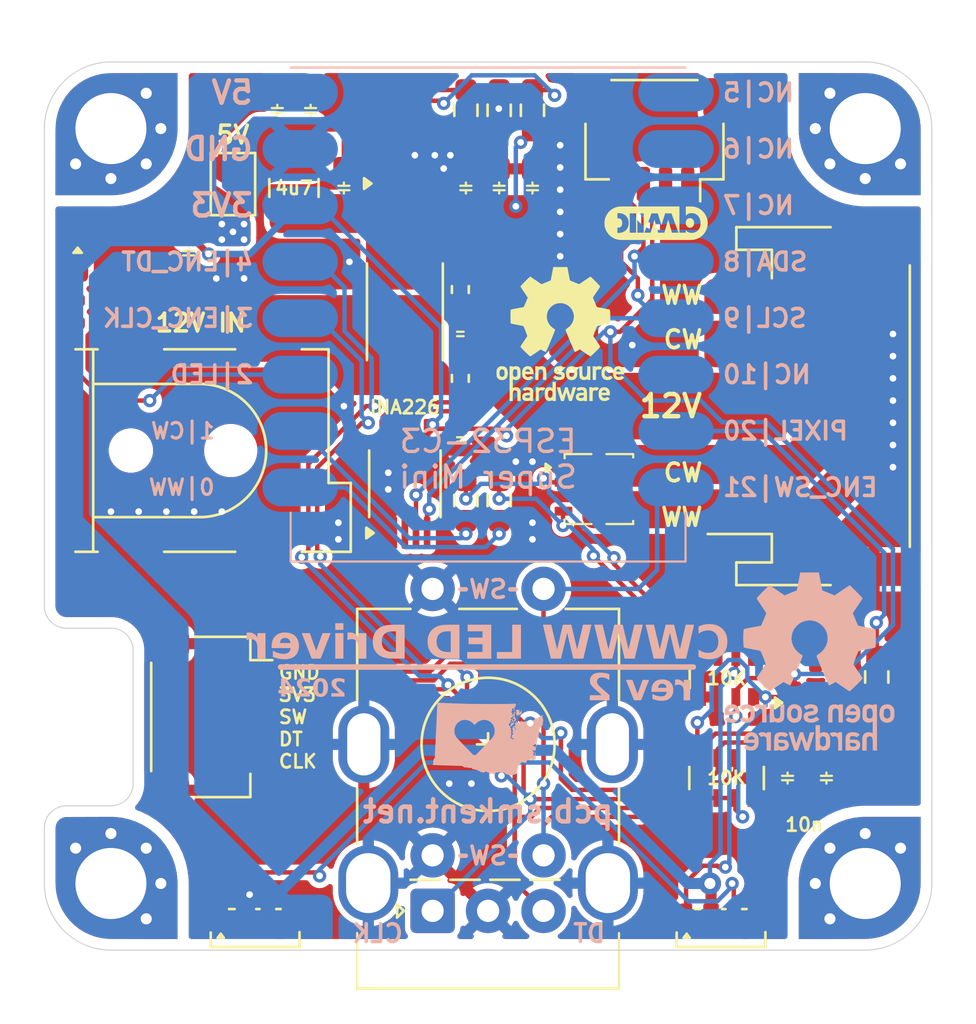
<source format=kicad_pcb>
(kicad_pcb (version 20240108) (generator "pcbnew") (generator_version "8.0")
  (layers (0 "F.Cu" signal) (31 "B.Cu" signal) (34 "B.Paste" user) (35 "F.Paste" user) (36 "B.SilkS" user "B.Silkscreen") (37 "F.SilkS" user "F.Silkscreen") (38 "B.Mask" user) (39 "F.Mask" user) (44 "Edge.Cuts" user))
  (net 0 "")
  (net 1 "GND")
  (net 2 "+3V3")
  (net 3 "+12V")
  (net 4 "Net-(U1-VBST)")
  (net 5 "/SW")
  (net 6 "+5V")
  (net 8 "Net-(LED0-A)")
  (net 9 "STATUS_LED")
  (net 10 "FB")
  (net 11 "/EN")
  (net 12 "SDA")
  (net 14 "NEOPIXEL_DATA_3V3")
  (net 15 "SCL")
  (net 16 "CW_12V")
  (net 17 "WW_12V")
  (net 18 "Net-(Q1B-G)")
  (net 19 "Net-(Q1A-G)")
  (net 20 "NEOPIXEL_DATA_5V")
  (net 21 "WW_PWM_3V3")
  (net 22 "CW_PWM_3V3")
  (net 23 "CLK")
  (net 24 "DT")
  (net 25 "BUTTON")
  (net 26 "Net-(Q2-S)")
  (net 27 "Net-(PIX1-DOUT)")
  (net 29 "12V_SHUNT")
  (net 30 "12V_SHUNT_LOW")
  (net 31 "Net-(U2-Vin+)")
  (net 33 "/BUCK_5V")
  (footprint "connector:JST_PH_S6B-PH-SM4-TB_1x06-1MP_P2.00mm_Horizontal" (layer "F.Cu") (at 114.5 65.5 90)
    (property "Reference" "J1" (hide yes))
    (property "Value" "JST PH")
  )
  (footprint "Package_SO:VSSOP-10_3x3mm_P0.5mm" (layer "F.Cu") (at 96.25 69 90)
    (property "Reference" "U2" (hide yes))
    (property "Value" "INA226")
  )
  (footprint "discrete:C_0402_1005Metric" (layer "F.Cu") (at 98.75 67 -90)
    (property "Reference" "C10" (hide yes))
    (property "Value" "0u1")
  )
  (footprint "connector:Qwiic-SMD-horizontal-logo" (layer "F.Cu") (at 107.5 53.5 180)
    (property "Reference" "J2" (hide yes))
    (property "Value" "Qwiic")
  )
  (footprint "Resistor_SMD:R_0402_1005Metric" (layer "F.Cu") (at 98.75 64.25 90)
    (property "Reference" "R6" (hide yes))
    (property "Value" "10R")
  )
  (footprint "Resistor_SMD:R_0603_1608Metric_Pad0.98x0.95mm_HandSolder" (layer "F.Cu") (at 117.51875 77.7 90)
    (property "Reference" "R9" (hide yes))
    (property "Value" "100R")
  )
  (footprint "discrete:LED_SK6812SIDE-A_4.0x1.6mm" (layer "F.Cu") (at 110.5 88.5)
    (property "Reference" "PIX1")
    (property "Value" "SK6812SIDE-A")
  )
  (footprint "discrete:C_0603_1608Metric_Pad1.08x0.95mm_HandSolder" (layer "F.Cu") (at 115.25 82.25 -90)
    (property "Reference" "C7" (hide yes))
    (property "Value" "10n")
  )
  (footprint "connector:JST_SH_SM05B-SRSS-TB_1x05-1MP_P1.00mm_Horizontal" (layer "F.Cu") (at 87.5 79.5 -90)
    (property "Reference" "J3")
    (property "Value" "JST SH")
  )
  (footprint "mechanical:MountingHole_3.2mm_M3_Pad_Via_corner_compact" (layer "F.Cu") (at 117 53 180)
    (property "Reference" "REF**" (hide yes))
    (property "Value" "MountingHole_3.2mm_M3_Pad_Via_corner_compact" (hide yes))
  )
  (footprint "Resistor_SMD:R_0603_1608Metric_Pad0.98x0.95mm_HandSolder" (layer "F.Cu") (at 99 69.75 -90)
    (property "Reference" "R4" (hide yes))
    (property "Value" "100R")
  )
  (footprint "electromechanical:RotaryEncoder_Alps_EC11-Switch_Combo_H20mm" (layer "F.Cu") (at 97.5 88.2325 90)
    (property "Reference" "SW1" (hide yes))
    (property "Value" "RotaryEncoder_Switch_MP")
  )
  (footprint "Jumper:SolderJumper-2_P1.3mm_Open_TrianglePad1.0x1.5mm" (layer "F.Cu") (at 88.5 55.5 -90)
    (property "Reference" "JP1" (hide yes))
    (property "Value" "SolderJumper_2_Open")
  )
  (footprint "discrete:R_0402_1005Metric" (layer "F.Cu") (at 81.5 61.25 -90)
    (property "Reference" "R0" (hide yes))
    (property "Value" "5K1")
  )
  (footprint "discrete:C_0402_1005Metric" (layer "F.Cu") (at 98.75 62.25 90)
    (property "Reference" "C9" (hide yes))
    (property "Value" "0u1")
  )
  (footprint "connector:BarrelJack_DC-050_SMT_Horizontal" (layer "F.Cu") (at 87 67.5)
    (property "Reference" "J0" (hide yes))
    (property "Value" "Barrel_Jack_Switch")
  )
  (footprint "package:SOT-23" (layer "F.Cu") (at 114.76875 77.7 90)
    (property "Reference" "Q2" (hide yes))
    (property "Value" "BSS138")
  )
  (footprint "Resistor_SMD:R_Array_Convex_4x0603" (layer "F.Cu") (at 110.75 82.25 -90)
    (property "Reference" "RN2" (hide yes))
    (property "Value" "10K")
  )
  (footprint "discrete:C_0603_1608Metric_Pad1.08x0.95mm_HandSolder" (layer "F.Cu") (at 86.5 58.6125 -90)
    (property "Reference" "C0" (hide yes))
    (property "Value" "22u")
  )
  (footprint "custom:LED_0603_1608Metric_Pad1.05x0.95mm_HandSolder_simple" (layer "F.Cu") (at 81.5 58.5 -90)
    (property "Reference" "LED0" (hide yes))
    (property "Value" "LED_Small")
  )
  (footprint "discrete:C_0603_1608Metric_Pad1.08x0.95mm_HandSolder" (layer "F.Cu") (at 113.5 82.25 -90)
    (property "Reference" "C8" (hide yes))
    (property "Value" "10n")
  )
  (footprint "Resistor_SMD:R_2512_6332Metric_Pad1.40x3.35mm_HandSolder" (layer "F.Cu") (at 96.25 61.25 90)
    (property "Reference" "SR1" (hide yes))
    (property "Value" "R020")
  )
  (footprint "discrete:LED_SK6812SIDE-A_4.0x1.6mm" (layer "F.Cu") (at 89.5 88.5)
    (property "Reference" "PIX2")
    (property "Value" "SK6812SIDE-A")
  )
  (footprint "mechanical:MountingHole_3.2mm_M3_Pad_Via_corner_compact" (layer "F.Cu") (at 117 87 90)
    (property "Reference" "REF**" (hide yes))
    (property "Value" "MountingHole_3.2mm_M3_Pad_Via_corner_compact" (hide yes))
  )
  (footprint "package:PDFN-8_L3.2-W3.1-P0.65-LS3.4-BL-EP2" (layer "F.Cu") (at 105 69.25 -90)
    (property "Reference" "Q1" (hide yes))
    (property "Value" "ZC010DNG")
  )
  (footprint "Resistor_SMD:R_0402_1005Metric" (layer "F.Cu") (at 98.75 60.25 -90)
    (property "Reference" "R7" (hide yes))
    (property "Value" "10R")
  )
  (footprint "discrete:C_0603_1608Metric_Pad1.08x0.95mm_HandSolder" (layer "F.Cu") (at 100.5 55.675 90)
    (property "Reference" "C2" (hide yes))
    (property "Value" "10u")
  )
  (footprint "discrete:C_0603_1608Metric_Pad1.08x0.95mm_HandSolder" (layer "F.Cu") (at 102 55.675 90)
    (property "Reference" "C1" (hide yes))
    (property "Value" "10u")
  )
  (footprint "Resistor_SMD:R_Array_Convex_4x0603" (layer "F.Cu") (at 110.76875 77.7 90)
    (property "Reference" "RN1" (hide yes))
    (property "Value" "10K")
  )
  (footprint "Resistor_SMD:R_0603_1608Metric_Pad0.98x0.95mm_HandSolder" (layer "F.Cu") (at 99 52.175 90)
    (property "Reference" "R1" (hide yes))
    (property "Value" "56K")
  )
  (footprint "Symbol:OSHW-Logo_5.7x6mm_SilkScreen" (layer "F.Cu") (at 103.25 62.25)
    (property "Reference" "REF**" (hide yes))
    (property "Value" "OSHW-Logo_5.7x6mm_SilkScreen" (hide yes))
  )
  (footprint "package:SOT-23-6" (layer "F.Cu") (at 96.25 54.175 90)
    (property "Reference" "U1" (hide yes))
    (property "Value" "TPS563201")
  )
  (footprint "mechanical:MountingHole_3.2mm_M3_Pad_Via_corner_compact" (layer "F.Cu") (at 83 53 -90)
    (property "Reference" "REF**" (hide yes))
    (property "Value" "MountingHole_3.2mm_M3_Pad_Via_corner_compact" (hide yes))
  )
  (footprint "Resistor_SMD:R_0603_1608Metric_Pad0.98x0.95mm_HandSolder" (layer "F.Cu") (at 100.5 69.75 -90)
    (property "Reference" "R5" (hide yes))
    (property "Value" "100R")
  )
  (footprint "discrete:C_0603_1608Metric_Pad1.08x0.95mm_HandSolder" (layer "F.Cu") (at 92 52.175 90)
    (property "Reference" "C5" (hide yes))
    (property "Value" "22u")
  )
  (footprint "discrete:C_0603_1608Metric_Pad1.08x0.95mm_HandSolder" (layer "F.Cu") (at 93.5 55.675 -90)
    (property "Reference" "C4" (hide yes))
    (property "Value" "0u1")
  )
  (footprint "discrete:L_1008_2520Metric" (layer "F.Cu") (at 91.25 55.675 90)
    (property "Reference" "L1" (hide yes))
    (property "Value" "4u7")
  )
  (footprint "Resistor_SMD:R_0603_1608Metric_Pad0.98x0.95mm_HandSolder" (layer "F.Cu") (at 102 52.175 90)
    (property "Reference" "R3" (hide yes))
    (property "Value" "10K")
  )
  (footprint "discrete:C_0603_1608Metric_Pad1.08x0.95mm_HandSolder" (layer "F.Cu") (at 90.5 52.175 90)
    (property "Reference" "C6" (hide yes))
    (property "Value" "22u")
  )
  (footprint "Resistor_SMD:R_0603_1608Metric_Pad0.98x0.95mm_HandSolder" (layer "F.Cu") (at 100.5 52.175 -90)
    (property "Reference" "R2" (hide yes))
    (property "Value" "10K")
  )
  (footprint "mechanical:MountingHole_3.2mm_M3_Pad_Via_corner_NW-curve_compact" (layer "F.Cu") (at 83 87)
    (property "Reference" "REF**" (hide yes))
    (property "Value" "MountingHole_3.2mm_M3_Pad_Via_corner_NW-curve_compact" (hide yes))
  )
  (footprint "discrete:C_0603_1608Metric_Pad1.08x0.95mm_HandSolder" (layer "F.Cu") (at 99 55.675 90)
    (property "Reference" "C3" (hide yes))
    (property "Value" "0u1")
  )
  (footprint "Symbol:OSHW-Logo_7.5x8mm_SilkScreen" (layer "B.Cu") (at 114.5 77 180)
    (property "Reference" "REF**" (hide yes))
    (property "Value" "OSHW-Logo_7.5x8mm_SilkScreen" (hide yes))
  )
  (footprint "module:ESP32-C3-Super-Mini-Castellated-SMD-only" (layer "B.Cu") (at 100 59 180)
    (property "Reference" "SM1" (hide yes))
    (property "Value" "~")
  )
  (footprint "graphics:wa-state-heart-5mm" (layer "B.Cu") (at 100 80.5 180)
    (property "Reference" "G***" (hide yes))
    (property "Value" "LOGO" (hide yes))
  )
  (gr_line (start 101 85.75) (end 101.25 85.75) (stroke (width 0.2)) (layer "B.SilkS"))
  (gr_line (start 99 85.75) (end 98.75 85.75) (stroke (width 0.2)) (layer "B.SilkS"))
  (gr_line (start 101 73.75) (end 101.25 73.75) (stroke (width 0.2)) (layer "B.SilkS"))
  (gr_line (start 99 73.75) (end 98.75 73.75) (stroke (width 0.2)) (layer "B.SilkS"))
  (gr_line (start 109.25 77.25) (end 90.65 77.25) (stroke (width 0.25)) (layer "B.SilkS"))
  (gr_arc (start 83 90) (mid 80.87868 89.12132) (end 80 87) (stroke (width 0.05)) (layer "Edge.Cuts"))
  (gr_line (start 80 74.5) (end 80 53) (stroke (width 0.05)) (layer "Edge.Cuts"))
  (gr_line (start 80 84.5) (end 80 87) (stroke (width 0.05)) (layer "Edge.Cuts"))
  (gr_arc (start 80 84.5) (mid 80.292893 83.792893) (end 81 83.5) (stroke (width 0.05)) (layer "Edge.Cuts"))
  (gr_arc (start 83 75.5) (mid 83.707107 75.792893) (end 84 76.5) (stroke (width 0.05)) (layer "Edge.Cuts"))
  (gr_line (start 81 75.5) (end 83 75.5) (stroke (width 0.05)) (layer "Edge.Cuts"))
  (gr_line (start 120 53) (end 120 87) (stroke (width 0.05)) (layer "Edge.Cuts"))
  (gr_arc (start 117 50) (mid 119.12132 50.87868) (end 120 53) (stroke (width 0.05)) (layer "Edge.Cuts"))
  (gr_arc (start 120 87) (mid 119.12132 89.12132) (end 117 90) (stroke (width 0.05)) (layer "Edge.Cuts"))
  (gr_arc (start 80 53) (mid 80.87868 50.87868) (end 83 50) (stroke (width 0.05)) (layer "Edge.Cuts"))
  (gr_arc (start 84 82.5) (mid 83.707107 83.207107) (end 83 83.5) (stroke (width 0.05)) (layer "Edge.Cuts"))
  (gr_arc (start 81 75.5) (mid 80.292893 75.207107) (end 80 74.5) (stroke (width 0.05)) (layer "Edge.Cuts"))
  (gr_line (start 83 50) (end 117 50) (stroke (width 0.05)) (layer "Edge.Cuts"))
  (gr_line (start 81 83.5) (end 83 83.5) (stroke (width 0.05)) (layer "Edge.Cuts"))
  (gr_line (start 84 82.5) (end 84 76.5) (stroke (width 0.05)) (layer "Edge.Cuts"))
  (gr_line (start 117 90) (end 83 90) (stroke (width 0.05)) (layer "Edge.Cuts"))
  (gr_text "DT" (at 103.75 89.25 0) (layer "B.SilkS") (effects (font (size 0.8 0.8) (thickness 0.16) (bold yes)) (justify right mirror)))
  (gr_text "rev 2" (at 109.25 78.25 0) (layer "B.SilkS") (effects (font (size 1.2 1.2) (thickness 0.24) (bold yes)) (justify left mirror)))
  (gr_text "SW" (at 100 73.75 0) (layer "B.SilkS") (effects (font (size 0.8 0.8) (thickness 0.16) (bold yes)) (justify mirror)))
  (gr_text "ENC_SW|21" (at 110.5 69.16 0) (layer "B.SilkS") (effects (font (size 0.8 0.8) (thickness 0.16) (bold yes)) (justify right mirror)))
  (gr_text "GND" (at 89.5 53.92 0) (layer "B.SilkS") (effects (font (size 1 1) (thickness 0.2) (bold yes)) (justify left mirror)))
  (gr_text "CLK" (at 96.25 89.25 0) (layer "B.SilkS") (effects (font (size 0.8 0.8) (thickness 0.16) (bold yes)) (justify left mirror)))
  (gr_text "pcb.smkent.net" (at 100 83.75 0) (layer "B.SilkS") (effects (font (size 1 1) (thickness 0.2) (bold yes)) (justify mirror)))
  (gr_text "3|ENC_CLK" (at 89.5 61.54 0) (layer "B.SilkS") (effects (font (size 0.8 0.8) (thickness 0.16) (bold yes)) (justify left mirror)))
  (gr_text "4|ENC_DT" (at 89.5 59 0) (layer "B.SilkS") (effects (font (size 0.8 0.8) (thickness 0.16) (bold yes)) (justify left mirror)))
  (gr_text "SCL|9" (at 110.5 61.54 0) (layer "B.SilkS") (effects (font (size 0.8 0.8) (thickness 0.16) (bold yes)) (justify right mirror)))
  (gr_text "PIXEL|20" (at 110.5 66.62 0) (layer "B.SilkS") (effects (font (size 0.8 0.8) (thickness 0.16) (bold yes)) (justify right mirror)))
  (gr_text "3V3" (at 89.5 56.46 0) (layer "B.SilkS") (effects (font (size 1 1) (thickness 0.2) (bold yes)) (justify left mirror)))
  (gr_text "SDA|8" (at 110.5 59 0) (layer "B.SilkS") (effects (font (size 0.8 0.8) (thickness 0.16) (bold yes)) (justify right mirror)))
  (gr_text "CWWW LED Driver" (at 100 76.25 -0) (layer "B.SilkS") (effects (font (size 1.5 1.5) (thickness 0.3) (bold yes)) (justify mirror)))
  (gr_text "5V" (at 89.5 51.38 0) (layer "B.SilkS") (effects (font (size 1 1) (thickness 0.2) (bold yes)) (justify left mirror)))
  (gr_text "SW" (at 100 85.75 0) (layer "B.SilkS") (effects (font (size 0.8 0.8) (thickness 0.16) (bold yes)) (justify mirror)))
  (gr_text "NC|5" (at 110.5 51.38 0) (layer "B.SilkS") (effects (font (size 0.8 0.8) (thickness 0.16) (bold yes)) (justify right mirror)))
  (gr_text "2|LED" (at 89.5 64.08 0) (layer "B.SilkS") (effects (font (size 0.8 0.8) (thickness 0.16) (bold yes)) (justify left mirror)))
  (gr_text "2024" (at 90.5 78.25 0) (layer "B.SilkS") (effects (font (size 0.8 0.8) (thickness 0.24) (bold yes)) (justify right mirror)))
  (gr_text "1|CW" (at 87.75 66.62 0) (layer "B.SilkS") (effects (font (size 0.7 0.7) (thickness 0.14) (bold yes)) (justify left mirror)))
  (gr_text "NC|6" (at 110.5 53.92 0) (layer "B.SilkS") (effects (font (size 0.8 0.8) (thickness 0.16) (bold yes)) (justify right mirror)))
  (gr_text "NC|7" (at 110.5 56.46 0) (layer "B.SilkS") (effects (font (size 0.8 0.8) (thickness 0.16) (bold yes)) (justify right mirror)))
  (gr_text "0|WW" (at 87.75 69.16 0) (layer "B.SilkS") (effects (font (size 0.7 0.7) (thickness 0.14) (bold yes)) (justify left mirror)))
  (gr_text "NC|10" (at 110.5 64.08 0) (layer "B.SilkS") (effects (font (size 0.8 0.8) (thickness 0.16) (bold yes)) (justify right mirror)))
  (gr_text "12V IN" (at 87.05 61.75 0) (layer "F.SilkS") (effects (font (size 0.8 0.8) (thickness 0.16) (bold yes))))
  (gr_text "CW" (at 109.75 62.5 0) (layer "F.SilkS") (effects (font (size 0.8 0.8) (thickness 0.16) (bold yes)) (justify right)))
  (gr_text "SW" (at 90.5 79.5 0) (layer "F.SilkS") (effects (font (size 0.6 0.6) (thickness 0.12) (bold yes)) (justify left)))
  (gr_text "GND" (at 90.5 77.5 0) (layer "F.SilkS") (effects (font (size 0.6 0.6) (thickness 0.12) (bold yes)) (justify left)))
  (gr_text "10K" (at 110.75 77.75 0) (layer "F.SilkS") (effects (font (size 0.6 0.6) (thickness 0.12) (bold yes))))
  (gr_text "10n" (at 114.25 84 0) (layer "F.SilkS") (effects (font (size 0.6 0.6) (thickness 0.12) (bold yes)) (justify top)))
  (gr_text "3V3" (at 90.5 78.5 0) (layer "F.SilkS") (effects (font (size 0.6 0.6) (thickness 0.12) (bold yes)) (justify left)))
  (gr_text "CW" (at 109.75 68.5 0) (layer "F.SilkS") (effects (font (size 0.8 0.8) (thickness 0.16) (bold yes)) (justify right)))
  (gr_text "WW" (at 109.75 70.5 0) (layer "F.SilkS") (effects (font (size 0.8 0.8) (thickness 0.16) (bold yes)) (justify right)))
  (gr_text "INA226" (at 96.25 65.9 0) (layer "F.SilkS") (effects (font (size 0.6 0.6) (thickness 0.12) (bold yes)) (justify bottom)))
  (gr_text "5V" (at 88.5 53.75 0) (layer "F.SilkS") (effects (font (size 0.8 0.8) (thickness 0.16) (bold yes)) (justify bottom)))
  (gr_text "WW" (at 109.75 60.5 0) (layer "F.SilkS") (effects (font (size 0.8 0.8) (thickness 0.16) (bold yes)) (justify right)))
  (gr_text "CLK" (at 90.5 81.5 0) (layer "F.SilkS") (effects (font (size 0.6 0.6) (thickness 0.12) (bold yes)) (justify left)))
  (gr_text "4u7" (at 91.25 55.675 0) (layer "F.SilkS") (effects (font (size 0.6 0.6) (thickness 0.12) (bold yes))))
  (gr_text "12V" (at 109.75 65.5 0) (layer "F.SilkS") (effects (font (size 1 1) (thickness 0.2) (bold yes)) (justify right)))
  (gr_text "DT" (at 90.5 80.5 0) (layer "F.SilkS") (effects (font (size 0.6 0.6) (thickness 0.12) (bold yes)) (justify left)))
  (gr_text "10K" (at 110.75 82.25 0) (layer "F.SilkS") (effects (font (size 0.6 0.6) (thickness 0.12) (bold yes))))
  (segment (start 95.3 55.525) (end 95.175 55.65) (width 0.2) (layer "F.Cu") (net 1))
  (segment (start 95.175 55.65) (end 90.1 55.65) (width 0.2) (layer "F.Cu") (net 1))
  (segment (start 96.75 66.8) (end 96.75 68.25) (width 0.2) (layer "F.Cu") (net 1))
  (via (at 97.6 54.2) (size 0.6) (drill 0.3) (layers "F.Cu" "B.Cu") (net 1))
  (via (at 89 59.75) (size 0.6) (drill 0.3) (layers "F.Cu" "B.Cu") (net 1))
  (via (at 118.25 63.25) (size 0.6) (drill 0.3) (layers "F.Cu" "B.Cu") (net 1))
  (via (at 102 71.5) (size 0.6) (drill 0.3) (layers "F.Cu" "B.Cu") (net 1))
  (via (at 103.25 57.75) (size 0.6) (drill 0.3) (layers "F.Cu" "B.Cu") (net 1))
  (via (at 95.5 68.5) (size 0.6) (drill 0.3) (layers "F.Cu" "B.Cu") (net 1))
  (via (at 93.5 65.5) (size 0.6) (drill 0.3) (layers "F.Cu" "B.Cu") (net 1))
  (via (at 98.3 54.2) (size 0.6) (drill 0.3) (layers "F.Cu" "B.Cu") (net 1))
  (via (at 84.25 70.25) (size 0.6) (drill 0.3) (layers "F.Cu" "B.Cu") (net 1))
  (via (at 85.5 70.25) (size 0.6) (drill 0.3) (layers "F.Cu" "B.Cu") (net 1))
  (via (at 118.25 62.25) (size 0.6) (drill 0.3) (layers "F.Cu" "B.Cu") (net 1))
  (via (at 102 70.75) (size 0.6) (drill 0.3) (layers "F.Cu" "B.Cu") (net 1))
  (via (at 118.25 66.25) (size 0.6) (drill 0.3) (layers "F.Cu" "B.Cu") (net 1))
  (via (at 118.25 68.25) (size 0.6) (drill 0.3) (layers "F.Cu" "B.Cu") (net 1))
  (via (at 106.5 62.75) (size 0.6) (drill 0.3) (layers "F.Cu" "B.Cu") (net 1))
  (via (at 93.75 59) (size 0.6) (drill 0.3) (layers "F.Cu" "B.Cu") (net 1))
  (via (at 118.25 65.25) (size 0.6) (drill 0.3) (layers "F.Cu" "B.Cu") (net 1))
  (via (at 101.25 68) (size 0.6) (drill 0.3) (layers "F.Cu" "B.Cu") (net 1))
  (via (at 98 54.8) (size 0.6) (drill 0.3) (layers "F.Cu" "B.Cu") (net 1))
  (via (at 93.25 70.75) (size 0.6) (drill 0.3) (layers "F.Cu" "B.Cu") (net 1))
  (via (at 118.25 67.25) (size 0.6) (drill 0.3) (layers "F.Cu" "B.Cu") (net 1))
  (via (at 103.25 55.75) (size 0.6) (drill 0.3) (layers "F.Cu" "B.Cu") (net 1))
  (via (at 95.5 69.25) (size 0.6) (drill 0.3) (layers "F.Cu" "B.Cu") (net 1))
  (via (at 98.25 82.5) (size 0.6) (drill 0.3) (layers "F.Cu" "B.Cu") (net 1))
  (via (at 103.25 54.75) (size 0.6) (drill 0.3) (layers "F.Cu" "B.Cu") (net 1))
  (via (at 103.25 58.75) (size 0.6) (drill 0.3) (layers "F.Cu" "B.Cu") (net 1))
  (via (at 87.75 59.75) (size 0.6) (drill 0.3) (layers "F.Cu" "B.Cu") (net 1))
  (via (at 83 70.25) (size 0.6) (drill 0.3) (layers "F.Cu" "B.Cu") (net 1))
  (via (at 96.7 54.2) (size 0.6) (drill 0.3) (layers "F.Cu" "B.Cu") (net 1))
  (via (at 99.25 82.5) (size 0.6) (drill 0.3) (layers "F.Cu" "B.Cu") (net 1))
  (via (at 118.25 64.25) (size 0.6) (drill 0.3) (layers "F.Cu" "B.Cu") (net 1))
  (via (at 88 70.25) (size 0.6) (drill 0.3) (layers "F.Cu" "B.Cu") (net 1))
  (via (at 100.482138 52.1) (size 0.6) (drill 0.3) (layers "F.Cu" "B.Cu") (net 1))
  (via (at 103.25 56.75) (size 0.6) (drill 0.3) (layers "F.Cu" "B.Cu") (net 1))
  (via (at 103.25 53.75) (size 0.6) (drill 0.3) (layers "F.Cu" "B.Cu") (net 1))
  (via (at 93.25 71.5) (size 0.6) (drill 0.3) (layers "F.Cu" "B.Cu") (net 1))
  (via (at 102 68) (size 0.6) (drill 0.3) (layers "F.Cu" "B.Cu") (net 1))
  (via (at 86.75 70.25) (size 0.6) (drill 0.3) (layers "F.Cu" "B.Cu") (net 1))
  (segment (start 111.15 83.15) (end 111.15 83.671514) (width 0.2) (layer "F.Cu") (net 2))
  (segment (start 99.46348 76.700735) (end 99.697794 76.93505) (width 0.2) (layer "F.Cu") (net 2))
  (segment (start 108.234314 80.95) (end 108.8 80.95) (width 0.2) (layer "F.Cu") (net 2))
  (segment (start 91.914363 77.454265) (end 90.868628 78.5) (width 0.2) (layer "F.Cu") (net 2))
  (segment (start 103.280331 80.219669) (end 103.280331 82.280331) (width 0.2) (layer "F.Cu") (net 2))
  (segment (start 97.5 66.33) (end 97.5 66.55) (width 0.2) (layer "F.Cu") (net 2))
  (segment (start 98.75 66.52) (end 97.53 66.52) (width 0.2) (layer "F.Cu") (net 2))
  (segment (start 100.52 66.52) (end 100.832108 66.832108) (width 0.2) (layer "F.Cu") (net 2))
  (segment (start 100.049265 77.28652) (end 100.049265 78.210737) (width 0.2) (layer "F.Cu") (net 2))
  (segment (start 108.8 80.95) (end 109.434314 80.315686) (width 0.2) (layer "F.Cu") (net 2))
  (segment (start 97.5 66.55) (end 97.25 66.8) (width 0.2) (layer "F.Cu") (net 2))
  (segment (start 112.5 78.6) (end 113.78125 78.6) (width 0.2) (layer "F.Cu") (net 2))
  (segment (start 99.697794 76.93505) (end 100.049265 77.28652) (width 0.2) (layer "F.Cu") (net 2))
  (segment (start 111.96875 78.6) (end 112.5 78.6) (width 0.2) (layer "F.Cu") (net 2))
  (segment (start 97.38152 77.454265) (end 98.13505 76.700735) (width 0.2) (layer "F.Cu") (net 2))
  (segment (start 105.946421 62.152108) (end 107.4 60.698529) (width 0.2) (layer "F.Cu") (net 2))
  (segment (start 87.4 58.65) (end 86.5 57.75) (width 0.3) (layer "F.Cu") (net 2))
  (segment (start 98.13505 76.700735) (end 99.46348 76.700735) (width 0.2) (layer "F.Cu") (net 2))
  (segment (start 105.512108 62.152108) (end 105.946421 62.152108) (width 0.2) (layer "F.Cu") (net 2))
  (segment (start 98.75 66.52) (end 97.69 66.52) (width 0.2) (layer "F.Cu") (net 2))
  (segment (start 103.280331 82.280331) (end 103.7825 82.7825) (width 0.2) (layer "F.Cu") (net 2))
  (segment (start 113.78125 78.6) (end 113.81875 78.6375) (width 0.2) (layer "F.Cu") (net 2))
  (segment (start 91.914363 77.454265) (end 97.38152 77.454265) (width 0.2) (layer "F.Cu") (net 2))
  (segment (start 97.53 66.52) (end 97.25 66.8) (width 0.2) (layer "F.Cu") (net 2))
  (segment (start 106.401814 82.7825) (end 108.234314 80.95) (width 0.2) (layer "F.Cu") (net 2))
  (segment (start 100.049265 78.210737) (end 101.617159 79.778631) (width 0.2) (layer "F.Cu") (net 2))
  (segment (start 90.868628 78.5) (end 89.5 78.5) (width 0.2) (layer "F.Cu") (net 2))
  (segment (start 101.617159 79.778631) (end 101.9 79.778631) (width 0.2) (layer "F.Cu") (net 2))
  (segment (start 113.81875 78.6375) (end 113.81875 77.56875) (width 0.2) (layer "F.Cu") (net 2))
  (segment (start 109.434314 80.315686) (end 109.434314 79.75) (width 0.2) (layer "F.Cu") (net 2))
  (segment (start 103.7825 82.7825) (end 106.401814 82.7825) (width 0.2) (layer "F.Cu") (net 2))
  (segment (start 111.15 83.15) (end 109.55 83.15) (width 0.2) (layer "F.Cu") (net 2))
  (segment (start 108 55.915552) (end 108 55.5) (width 0.2) (layer "F.Cu") (net 2))
  (segment (start 98.75 66.52) (end 100.52 66.52) (width 0.2) (layer "F.Cu") (net 2))
  (segment (start 97.69 66.52) (end 97.5 66.33) (width 0.2) (layer "F.Cu") (net 2))
  (segment (start 107.4 60.698529) (end 107.4 56.515552) (width 0.2) (layer "F.Cu") (net 2))
  (segment (start 107.4 56.515552) (end 108 55.915552) (width 0.2) (layer "F.Cu") (net 2))
  (segment (start 111.15 83.671514) (end 111.475 83.996514) (width 0.2) (layer "F.Cu") (net 2))
  (segment (start 113.81875 77.56875) (end 113.813358 77.563358) (width 0.2) (layer "F.Cu") (net 2))
  (via (at 109.434314 79.75) (size 0.6) (drill 0.3) (layers "F.Cu" "B.Cu") (net 2))
  (via (at 105.512108 62.152108) (size 0.6) (drill 0.3) (layers "F.Cu" "B.Cu") (net 2))
  (via (at 113.813358 77.563358) (size 0.6) (drill 0.3) (layers "F.Cu" "B.Cu") (net 2))
  (via (at 87.4 58.65) (size 0.6) (drill 0.3) (layers "F.Cu" "B.Cu") (net 2))
  (via (at 101.9 79.778631) (size 0.6) (drill 0.3) (layers "F.Cu" "B.Cu") (net 2))
  (via (at 103.280331 80.219669) (size 0.6) (drill 0.3) (layers "F.Cu" "B.Cu") (net 2))
  (via (at 100.832108 66.832108) (size 0.6) (drill 0.3) (layers "F.Cu" "B.Cu") (net 2))
  (via (at 112.5 78.6) (size 0.6) (drill 0.3) (layers "F.Cu" "B.Cu") (net 2))
  (via (at 111.475 83.996514) (size 0.6) (drill 0.3) (layers "F.Cu" "B.Cu") (net 2))
  (via (at 97.5 66.33) (size 0.6) (drill 0.3) (layers "F.Cu" "B.Cu") (net 2))
  (segment (start 107.163654 65.25) (end 105.512108 63.598454) (width 0.2) (layer "B.Cu") (net 2))
  (segment (start 116.035171 77.563358) (end 118.25 75.348529) (width 0.2) (layer "B.Cu") (net 2))
  (segment (start 111.475 83.996514) (end 111.275 83.796514) (width 0.2) (layer "B.Cu") (net 2))
  (segment (start 103.280331 80.219669) (end 103.05 80.45) (width 0.2) (layer "B.Cu") (net 2))
  (segment (start 105.512108 62.152108) (end 105.229264 62.152108) (width 0.2) (layer "B.Cu") (net 2))
  (segment (start 97.88 65.95) (end 97.88 61.96) (width 0.2) (layer "B.Cu") (net 2))
  (segment (start 91.459239 56.46) (end 92.38 56.46) (width 0.3) (layer "B.Cu") (net 2))
  (segment (start 110.546346 66.22) (end 109.576346 65.25) (width 0.2) (layer "B.Cu") (net 2))
  (segment (start 110.836578 76.935113) (end 110.075 77.696691) (width 0.2) (layer "B.Cu") (net 2))
  (segment (start 87.4 58.65) (end 89.269239 58.65) (width 0.3) (layer "B.Cu") (net 2))
  (segment (start 111.684374 77.784374) (end 111.685107 77.783642) (width 0.2) (layer "B.Cu") (net 2))
  (segment (start 111.685107 77.783642) (end 111.685107 77.286584) (width 0.2) (layer "B.Cu") (net 2))
  (segment (start 112.535686 66.22) (end 110.546346 66.22) (width 0.2) (layer "B.Cu") (net 2))
  (segment (start 110.075 79.175) (end 109.5 79.75) (width 0.2) (layer "B.Cu") (net 2))
  (segment (start 103.05 80.45) (end 102.45 80.45) (width 0.2) (layer "B.Cu") (net 2))
  (segment (start 118.25 71.934314) (end 112.535686 66.22) (width 0.2) (layer "B.Cu") (net 2))
  (segment (start 101.9 79.9) (end 101.9 79.778631) (width 0.2) (layer "B.Cu") (net 2))
  (segment (start 112.5 78.6) (end 111.684374 77.784374) (width 0.2) (layer "B.Cu") (net 2))
  (segment (start 105.512108 63.598454) (end 105.512108 62.152108) (width 0.2) (layer "B.Cu") (net 2))
  (segment (start 109.5 79.75) (end 109.434314 79.75) (width 0.2) (layer "B.Cu") (net 2))
  (segment (start 97.5 66.33) (end 97.88 65.95) (width 0.2) (layer "B.Cu") (net 2))
  (segment (start 109.576346 65.25) (end 107.163654 65.25) (width 0.2) (layer "B.Cu") (net 2))
  (segment (start 100.832108 66.549264) (end 100.832108 66.832108) (width 0.2) (layer "B.Cu") (net 2))
  (segment (start 111.333636 76.935113) (end 110.836578 76.935113) (width 0.2) (layer "B.Cu") (net 2))
  (segment (start 118.25 75.348529) (end 118.25 71.934314) (width 0.2) (layer "B.Cu") (net 2))
  (segment (start 111.275 83.796514) (end 111.275 80.225) (width 0.2) (layer "B.Cu") (net 2))
  (segment (start 112.5 79) (end 112.5 78.6) (width 0.2) (layer "B.Cu") (net 2))
  (segment (start 105.229264 62.152108) (end 100.832108 66.549264) (width 0.2) (layer "B.Cu") (net 2))
  (segment (start 111.275 80.225) (end 112.5 79) (width 0.2) (layer "B.Cu") (net 2))
  (segment (start 97.88 61.96) (end 92.38 56.46) (width 0.2) (layer "B.Cu") (net 2))
  (segment (start 89.269239 58.65) (end 91.459239 56.46) (width 0.3) (layer "B.Cu") (net 2))
  (segment (start 113.813358 77.563358) (end 116.035171 77.563358) (width 0.2) (layer "B.Cu") (net 2))
  (segment (start 102.45 80.45) (end 101.9 79.9) (width 0.2) (layer "B.Cu") (net 2))
  (segment (start 111.685107 77.286584) (end 111.333636 76.935113) (width 0.2) (layer "B.Cu") (net 2))
  (segment (start 110.075 77.696691) (end 110.075 79.175) (width 0.2) (layer "B.Cu") (net 2))
  (segment (start 93.5 53.565686) (end 93.5 54.8125) (width 0.2) (layer "F.Cu") (net 4))
  (segment (start 94.240686 52.825) (end 93.5 53.565686) (width 0.2) (layer "F.Cu") (net 4))
  (segment (start 95.3 52.825) (end 94.240686 52.825) (width 0.2) (layer "F.Cu") (net 4))
  (segment (start 89.25 87.5) (end 89.05 87.7) (width 0.5) (layer "F.Cu") (net 6))
  (segment (start 111.16875 77.45147) (end 111.085107 77.535113) (width 0.2) (layer "F.Cu") (net 6))
  (segment (start 110 87) (end 110.05 87.05) (width 0.5) (layer "F.Cu") (net 6))
  (segment (start 110.05 87.05) (end 110.05 88.5) (width 0.5) (layer "F.Cu") (net 6))
  (segment (start 111.16875 76.8) (end 111.16875 77.45147) (width 0.2) (layer "F.Cu") (net 6))
  (segment (start 89.05 87.7) (end 89.05 88.5) (width 0.5) (layer "F.Cu") (net 6))
  (via (at 88 58) (size 0.6) (drill 0.3) (layers "F.Cu" "B.Cu") (net 6))
  (via (at 89 57.3) (size 0.6) (drill 0.3) (layers "F.Cu" "B.Cu") (net 6))
  (via (at 111.085107 77.535113) (size 0.6) (drill 0.3) (layers "F.Cu" "B.Cu") (net 6))
  (via (at 88 57.3) (size 0.6) (drill 0.3) (layers "F.Cu" "B.Cu") (net 6))
  (via (at 110 87) (size 1) (drill 0.5) (layers "F.Cu" "B.Cu") (net 6))
  (via (at 88.5 57.65) (size 0.6) (drill 0.3) (layers "F.Cu" "B.Cu") (net 6))
  (via (at 89.25 87.5) (size 0.6) (drill 0.3) (layers "F.Cu" "B.Cu") (net 6))
  (via (at 89 58) (size 0.6) (drill 0.3) (layers "F.Cu" "B.Cu") (net 6))
  (segment (start 110.475 78.14522) (end 110.475 85.631218) (width 0.2) (layer "B.Cu") (net 6))
  (segment (start 110 86.106218) (end 110 87) (width 0.2) (layer "B.Cu") (net 6))
  (segment (start 103 81) (end 109 87) (width 0.5) (layer "B.Cu") (net 6))
  (segment (start 109 87) (end 110 87) (width 0.5) (layer "B.Cu") (net 6))
  (segment (start 90.5 87.5) (end 97 81) (width 0.5) (layer "B.Cu") (net 6))
  (segment (start 111.085107 77.535113) (end 110.475 78.14522) (width 0.2) (layer "B.Cu") (net 6))
  (segment (start 110.475 85.631218) (end 110 86.106218) (width 0.2) (layer "B.Cu") (net 6))
  (segment (start 97 81) (end 103 81) (width 0.5) (layer "B.Cu") (net 6))
  (segment (start 89.25 87.5) (end 90.5 87.5) (width 0.5) (layer "B.Cu") (net 6))
  (segment (start 81.5 60.74) (end 81.5 59.375) (width 0.2) (layer "F.Cu") (net 8))
  (segment (start 82.75 65.25) (end 84.75 65.25) (width 0.2) (layer "F.Cu") (net 9))
  (segment (start 81.5 61.76) (end 81.5 64) (width 0.2) (layer "F.Cu") (net 9))
  (segment (start 81.5 64) (end 82.75 65.25) (width 0.2) (layer "F.Cu") (net 9))
  (via (at 84.75 65.25) (size 0.6) (drill 0.3) (layers "F.Cu" "B.Cu") (net 9))
  (segment (start 85.92 64.08) (end 92.38 64.08) (width 0.2) (layer "B.Cu") (net 9))
  (segment (start 84.75 65.25) (end 85.92 64.08) (width 0.2) (layer "B.Cu") (net 9))
  (segment (start 98.1625 53.0875) (end 97.9 52.825) (width 0.2) (layer "F.Cu") (net 10))
  (segment (start 99 53.0875) (end 98.1625 53.0875) (width 0.2) (layer "F.Cu") (net 10))
  (segment (start 97.9 52.825) (end 97.2 52.825) (width 0.2) (layer "F.Cu") (net 10))
  (segment (start 100.5 53.0875) (end 99 53.0875) (width 0.2) (layer "F.Cu") (net 10))
  (segment (start 96.25 52.825) (end 96.25 52.336424) (width 0.2) (layer "F.Cu") (net 11))
  (segment (start 97.8825 51.745) (end 98 51.8625) (width 0.2) (layer "F.Cu") (net 11))
  (segment (start 96.841424 51.745) (end 97.8825 51.745) (width 0.2) (layer "F.Cu") (net 11))
  (segment (start 102.7625 51.2625) (end 102 51.2625) (width 0.2) (layer "F.Cu") (net 11))
  (segment (start 103 51.5) (end 102.7625 51.2625) (width 0.2) (layer "F.Cu") (net 11))
  (segment (start 96.25 52.336424) (end 96.841424 51.745) (width 0.2) (layer "F.Cu") (net 11))
  (via (at 103 51.5) (size 0.6) (drill 0.3) (layers "F.Cu" "B.Cu") (net 11))
  (via (at 98 51.8625) (size 0.6) (drill 0.3) (layers "F.Cu" "B.Cu") (net 11))
  (segment (start 99.2625 50.6) (end 98 51.8625) (width 0.2) (layer "B.Cu") (net 11))
  (segment (start 102.1 50.6) (end 99.2625 50.6) (width 0.2) (layer "B.Cu") (net 11))
  (segment (start 103 51.5) (end 102.1 50.6) (width 0.2) (layer "B.Cu") (net 11))
  (segment (start 107 58.35) (end 106.6 58.75) (width 0.2) (layer "F.Cu") (net 12))
  (segment (start 96.75 71.2) (end 96.75 69.5) (width 0.2) (layer "F.Cu") (net 12))
  (segment (start 107 55.5) (end 107 58.35) (width 0.2) (layer "F.Cu") (net 12))
  (via (at 106.6 58.75) (size 0.6) (drill 0.3) (layers "F.Cu" "B.Cu") (net 12))
  (via (at 96.75 69.5) (size 0.6) (drill 0.3) (layers "F.Cu" "B.Cu") (net 12))
  (segment (start 106.6 58.75) (end 106.85 59) (width 0.2) (layer "B.Cu") (net 12))
  (segment (start 106.6 59.65) (end 106.6 58.75) (width 0.2) (layer "B.Cu") (net 12))
  (segment (start 96.75 69.5) (end 106.6 59.65) (width 0.2) (layer "B.Cu") (net 12))
  (segment (start 106.85 59) (end 107.62 59) (width 0.2) (layer "B.Cu") (net 12))
  (segment (start 117.51875 76.7875) (end 117.51875 75.26875) (width 0.2) (layer "F.Cu") (net 14))
  (segment (start 117.51875 75.26875) (end 117.5 75.25) (width 0.2) (layer "F.Cu") (net 14))
  (via (at 117.5 75.25) (size 0.6) (drill 0.3) (layers "F.Cu" "B.Cu") (net 14))
  (segment (start 117.85 74.9) (end 117.85 72.1) (width 0.2) (layer "B.Cu") (net 14))
  (segment (start 112.37 66.62) (end 107.62 66.62) (width 0.2) (layer "B.Cu") (net 14))
  (segment (start 117.85 72.1) (end 112.37 66.62) (width 0.2) (layer "B.Cu") (net 14))
  (segment (start 117.5 75.25) (end 117.85 74.9) (width 0.2) (layer "B.Cu") (net 14))
  (segment (start 106.75 59.75) (end 106.75 60.5) (width 0.2) (layer "F.Cu") (net 15))
  (segment (start 106 55.5) (end 106 55.915552) (width 0.2) (layer "F.Cu") (net 15))
  (segment (start 106 55.915552) (end 106.6 56.515552) (width 0.2) (layer "F.Cu") (net 15))
  (segment (start 97.25 71.2) (end 97.25 70.239901) (width 0.2) (layer "F.Cu") (net 15))
  (segment (start 106.6 56.515552) (end 106.6 57.901471) (width 0.2) (layer "F.Cu") (net 15))
  (segment (start 106.6 57.901471) (end 106 58.501471) (width 0.2) (layer "F.Cu") (net 15))
  (segment (start 106 58.501471) (end 106 59) (width 0.2) (layer "F.Cu") (net 15))
  (segment (start 106 59) (end 106.75 59.75) (width 0.2) (layer "F.Cu") (net 15))
  (segment (start 97.25 70.239901) (end 97.35 70.139901) (width 0.2) (layer "F.Cu") (net 15))
  (via (at 97.35 70.139901) (size 0.6) (drill 0.3) (layers "F.Cu" "B.Cu") (net 15))
  (via (at 106.75 60.5) (size 0.6) (drill 0.3) (layers "F.Cu" "B.Cu") (net 15))
  (segment (start 97.35 70.139901) (end 97.35 69.465686) (width 0.2) (layer "B.Cu") (net 15))
  (segment (start 106.75 60.67) (end 107.62 61.54) (width 0.2) (layer "B.Cu") (net 15))
  (segment (start 105.275686 61.54) (end 107.62 61.54) (width 0.2) (layer "B.Cu") (net 15))
  (segment (start 97.35 69.465686) (end 105.275686 61.54) (width 0.2) (layer "B.Cu") (net 15))
  (segment (start 106.75 60.5) (end 106.75 60.67) (width 0.2) (layer "B.Cu") (net 15))
  (segment (start 103.375 70.255) (end 103.4 70.23) (width 0.2) (layer "F.Cu") (net 18))
  (segment (start 103.375 70.875) (end 103.375 70.255) (width 0.2) (layer "F.Cu") (net 18))
  (segment (start 100.5 68.8375) (end 100.5 69.674687) (width 0.2) (layer "F.Cu") (net 18))
  (segment (start 109.3 76.8) (end 109.56875 76.8) (width 0.2) (layer "F.Cu") (net 18))
  (segment (start 100.5 69.674687) (end 100.499687 69.675) (width 0.2) (layer "F.Cu") (net 18))
  (segment (start 104.75 72.25) (end 109.3 76.8) (width 0.2) (layer "F.Cu") (net 18))
  (via (at 104.75 72.25) (size 0.6) (drill 0.3) (layers "F.Cu" "B.Cu") (net 18))
  (via (at 103.375 70.875) (size 0.6) (drill 0.3) (layers "F.Cu" "B.Cu") (net 18))
  (via (at 100.499687 69.675) (size 0.6) (drill 0.3) (layers "F.Cu" "B.Cu") (net 18))
  (segment (start 104.75 71.967156) (end 104.75 72.25) (width 0.2) (layer "B.Cu") (net 18))
  (segment (start 103.375 70.875) (end 103.657844 70.875) (width 0.2) (layer "B.Cu") (net 18))
  (segment (start 103.657844 70.875) (end 104.75 71.967156) (width 0.2) (layer "B.Cu") (net 18))
  (segment (start 102.175 69.675) (end 100.499687 69.675) (width 0.2) (layer "B.Cu") (net 18))
  (segment (start 103.375 70.875) (end 102.175 69.675) (width 0.2) (layer "B.Cu") (net 18))
  (segment (start 110.11875 76.1) (end 110.36875 76.35) (width 0.2) (layer "F.Cu") (net 19))
  (segment (start 99 68.8375) (end 99 69.674687) (width 0.2) (layer "F.Cu") (net 19))
  (segment (start 102.68 68.93) (end 103.4 68.93) (width 0.2) (layer "F.Cu") (net 19))
  (segment (start 102.5 68.75) (end 102.68 68.93) (width 0.2) (layer "F.Cu") (net 19))
  (segment (start 110.36875 76.35) (end 110.36875 76.8) (width 0.2) (layer "F.Cu") (net 19))
  (segment (start 105.674265 72.325735) (end 105.674265 72.608579) (width 0.2) (layer "F.Cu") (net 19))
  (segment (start 99 69.674687) (end 98.999687 69.675) (width 0.2) (layer "F.Cu") (net 19))
  (segment (start 105.674265 72.608579) (end 109.165686 76.1) (width 0.2) (layer "F.Cu") (net 19))
  (segment (start 109.165686 76.1) (end 110.11875 76.1) (width 0.2) (layer "F.Cu") (net 19))
  (via (at 102.5 68.75) (size 0.6) (drill 0.3) (layers "F.Cu" "B.Cu") (net 19))
  (via (at 105.674265 72.325735) (size 0.6) (drill 0.3) (layers "F.Cu" "B.Cu") (net 19))
  (via (at 98.999687 69.675) (size 0.6) (drill 0.3) (layers "F.Cu" "B.Cu") (net 19))
  (segment (start 98.999687 69.675) (end 99.674687 69) (width 0.2) (layer "B.Cu") (net 19))
  (segment (start 102.75 69.40147) (end 102.75 69) (width 0.2) (layer "B.Cu") (net 19))
  (segment (start 99.674687 69) (end 102.25 69) (width 0.2) (layer "B.Cu") (net 19))
  (segment (start 102.75 69) (end 102.5 68.75) (width 0.2) (layer "B.Cu") (net 19))
  (segment (start 105.674265 72.325735) (end 102.75 69.40147) (width 0.2) (layer "B.Cu") (net 19))
  (segment (start 102.25 69) (end 102.5 68.75) (width 0.2) (layer "B.Cu") (net 19))
  (segment (start 111.16875 79.48125) (end 111.16875 78.6) (width 0.2) (layer "F.Cu") (net 20))
  (segment (start 113.765686 76.7625) (end 112.778186 77.75) (width 0.2) (layer "F.Cu") (net 20))
  (segment (start 110.693854 86.260893) (end 110.392264 86.260893) (width 0.2) (layer "F.Cu") (net 20))
  (segment (start 109.668629 86.2) (end 108.925 86.943629) (width 0.2) (layer "F.Cu") (net 20))
  (segment (start 111.71875 77.75) (end 111.16875 78.3) (width 0.2) (layer "F.Cu") (net 20))
  (segment (start 108.925 86.943629) (end 108.925 88.5) (width 0.2) (layer "F.Cu") (net 20))
  (segment (start 114.76875 76.7625) (end 113.765686 76.7625) (width 0.2) (layer "F.Cu") (net 20))
  (segment (start 111.16875 78.3) (end 111.16875 78.6) (width 0.2) (layer "F.Cu") (net 20))
  (segment (start 110.392264 86.260893) (end 110.331371 86.2) (width 0.2) (layer "F.Cu") (net 20))
  (segment (start 110.331371 86.2) (end 109.668629 86.2) (width 0.2) (layer "F.Cu") (net 20))
  (segment (start 112.778186 77.75) (end 111.71875 77.75) (width 0.2) (layer "F.Cu") (net 20))
  (via (at 111.16875 79.48125) (size 0.6) (drill 0.3) (layers "F.Cu" "B.Cu") (net 20))
  (via (at 110.693854 86.260893) (size 0.6) (drill 0.3) (layers "F.Cu" "B.Cu") (net 20))
  (segment (start 110.875 86.079747) (end 110.875 79.775) (width 0.2) (layer "B.Cu") (net 20))
  (segment (start 110.875 79.775) (end 111.16875 79.48125) (width 0.2) (layer "B.Cu") (net 20))
  (segment (start 110.693854 86.260893) (end 110.875 86.079747) (width 0.2) (layer "B.Cu") (net 20))
  (segment (start 100.5 70.6625) (end 100.5 71.25) (width 0.2) (layer "F.Cu") (net 21))
  (via (at 100.5 71.25) (size 0.6) (drill 0.3) (layers "F.Cu" "B.Cu") (net 21))
  (segment (start 93.594314 69.16) (end 96.284314 71.85) (width 0.2) (layer "B.Cu") (net 21))
  (segment (start 99.9 71.85) (end 100.5 71.25) (width 0.2) (layer "B.Cu") (net 21))
  (segment (start 92.38 69.16) (end 93.594314 69.16) (width 0.2) (layer "B.Cu") (net 21))
  (segment (start 96.284314 71.85) (end 99.9 71.85) (width 0.2) (layer "B.Cu") (net 21))
  (segment (start 99 70.6625) (end 99 71.25) (width 0.2) (layer "F.Cu") (net 22))
  (via (at 99 71.25) (size 0.6) (drill 0.3) (layers "F.Cu" "B.Cu") (net 22))
  (segment (start 99 71.25) (end 98.8 71.45) (width 0.2) (layer "B.Cu") (net 22))
  (segment (start 92.38 67.38) (end 92.38 66.62) (width 0.2) (layer "B.Cu") (net 22))
  (segment (start 96.45 71.45) (end 92.38 67.38) (width 0.2) (layer "B.Cu") (net 22))
  (segment (start 98.8 71.45) (end 96.45 71.45) (width 0.2) (layer "B.Cu") (net 22))
  (segment (start 100.6 81.024216) (end 98.230049 78.654265) (width 0.2) (layer "F.Cu") (net 23))
  (segment (start 89.915552 81.5) (end 89.5 81.5) (width 0.2) (layer "F.Cu") (net 23))
  (segment (start 101.9 83.2) (end 106.55 83.2) (width 0.2) (layer "F.Cu") (net 23))
  (segment (start 90.575 80.840552) (end 89.915552 81.5) (width 0.2) (layer "F.Cu") (net 23))
  (segment (start 94.317157 66.25) (end 94.6 66.25) (width 0.2) (layer "F.Cu") (net 23))
  (segment (start 112.565686 80.25) (end 112.815686 80.5) (width 0.2) (layer "F.Cu") (net 23))
  (segment (start 110.25 80.25) (end 112.565686 80.25) (width 0.2) (layer "F.Cu") (net 23))
  (segment (start 92.299265 72.131033) (end 92.299265 68.267892) (width 0.2) (layer "F.Cu") (net 23))
  (segment (start 98.230049 78.654265) (end 92.411421 78.654265) (width 0.2) (layer "F.Cu") (net 23))
  (segment (start 106.55 83.2) (end 108.4 81.35) (width 0.2) (layer "F.Cu") (net 23))
  (segment (start 92.437123 72.268891) (end 92.299265 72.131033) (width 0.2) (layer "F.Cu") (net 23))
  (segment (start 101.6 80.892844) (end 99.049265 78.342109) (width 0.2) (layer "F.Cu") (net 23))
  (segment (start 108.4 81.35) (end 109.55 81.35) (width 0.2) (layer "F.Cu") (net 23))
  (segment (start 101.9 83.2) (end 101.6 82.9) (width 0.2) (layer "F.Cu") (net 23))
  (segment (start 99.049265 78.342109) (end 99.049265 77.700735) (width 0.2) (layer "F.Cu") (net 23))
  (segment (start 100.6 82.15) (end 100.6 81.024216) (width 0.2) (layer "F.Cu") (net 23))
  (segment (start 92.411421 78.654265) (end 90.575 80.490686) (width 0.2) (layer "F.Cu") (net 23))
  (segment (start 92.299265 68.267892) (end 94.317157 66.25) (width 0.2) (layer "F.Cu") (net 23))
  (segment (start 109.55 81.35) (end 109.55 80.95) (width 0.2) (layer "F.Cu") (net 23))
  (segment (start 101.6 82.9) (end 101.6 80.892844) (width 0.2) (layer "F.Cu") (net 23))
  (segment (start 90.575 80.490686) (end 90.575 80.840552) (width 0.2) (layer "F.Cu") (net 23))
  (segment (start 109.55 80.95) (end 110.25 80.25) (width 0.2) (layer "F.Cu") (net 23))
  (segment (start 112.815686 80.5) (end 114.3625 80.5) (width 0.2) (layer "F.Cu") (net 23))
  (segment (start 114.3625 80.5) (end 115.25 81.3875) (width 0.2) (layer "F.Cu") (net 23))
  (via (at 100.6 82.15) (size 0.6) (drill 0.3) (layers "F.Cu" "B.Cu") (net 23))
  (via (at 101.9 83.2) (size 0.6) (drill 0.3) (layers "F.Cu" "B.Cu") (net 23))
  (via (at 92.437123 72.268891) (size 0.6) (drill 0.3) (layers "F.Cu" "B.Cu") (net 23))
  (via (at 94.6 66.25) (size 0.6) (drill 0.3) (layers "F.Cu" "B.Cu") (net 23))
  (via (at 99.049265 77.700735) (size 0.6) (drill 0.3) (layers "F.Cu" "B.Cu") (net 23))
  (segment (start 101.9 83.8325) (end 97.5 88.2325) (width 0.2) (layer "B.Cu") (net 23))
  (segment (start 94.301472 63.461472) (end 92.38 61.54) (width 0.2) (layer "B.Cu") (net 23))
  (segment (start 94.301472 65.951472) (end 94.301472 63.461472) (width 0.2) (layer "B.Cu") (net 23))
  (segment (start 100.85 82.15) (end 101.9 83.2) (width 0.2) (layer "B.Cu") (net 23))
  (segment (start 100.6 82.15) (end 100.85 82.15) (width 0.2) (layer "B.Cu") (net 23))
  (segment (start 92.437123 72.621437) (end 97.065686 77.25) (width 0.2) (layer "B.Cu") (net 23))
  (segment (start 101.9 83.2) (end 101.9 83.8325) (width 0.2) (layer "B.Cu") (net 23))
  (segment (start 92.437123 72.268891) (end 92.437123 72.621437) (width 0.2) (layer "B.Cu") (net 23))
  (segment (start 97.065686 77.25) (end 98.59853 77.25) (width 0.2) (layer "B.Cu") (net 23))
  (segment (start 94.6 66.25) (end 94.301472 65.951472) (width 0.2) (layer "B.Cu") (net 23))
  (segment (start 98.59853 77.25) (end 99.049265 77.700735) (width 0.2) (layer "B.Cu") (net 23))
  (segment (start 102.5 88.2325) (end 101.2 86.9325) (width 0.2) (layer "F.Cu") (net 24))
  (segment (start 112.4 80.65) (end 110.65 80.65) (width 0.2) (layer "F.Cu") (net 24))
  (segment (start 110.35 80.95) (end 110.35 81.35) (width 0.2) (layer "F.Cu") (net 24))
  (segment (start 113.1375 81.3875) (end 112.4 80.65) (width 0.2) (layer "F.Cu") (net 24))
  (segment (start 91.899265 72.002979) (end 91.899265 68.102206) (width 0.2) (layer "F.Cu") (net 24))
  (segment (start 91.899265 68.102206) (end 94.501471 65.5) (width 0.2) (layer "F.Cu") (net 24))
  (segment (start 101.2 81.05853) (end 101.2 85.098186) (width 0.2) (layer "F.Cu") (net 24))
  (segment (start 92.245735 78.254265) (end 90 80.5) (width 0.2) (layer "F.Cu") (net 24))
  (segment (start 90 80.5) (end 89.5 80.5) (width 0.2) (layer "F.Cu") (net 24))
  (segment (start 91.6 72.302244) (end 91.899265 72.002979) (width 0.2) (layer "F.Cu") (net 24))
  (segment (start 113.5 81.3875) (end 113.1375 81.3875) (width 0.2) (layer "F.Cu") (net 24))
  (segment (start 97.995735 78.254265) (end 98.195735 78.054265) (width 0.2) (layer "F.Cu") (net 24))
  (segment (start 101.2 85.098186) (end 101.2 84) (width 0.2) (layer "F.Cu") (net 24))
  (segment (start 101.2 84) (end 101.948529 84) (width 0.2) (layer "F.Cu") (net 24))
  (segment (start 110.35 81.95) (end 110.35 81.35) (width 0.2) (layer "F.Cu") (net 24))
  (segment (start 108.265686 82.05) (end 110.25 82.05) (width 0.2) (layer "F.Cu") (net 24))
  (segment (start 102.348529 83.6) (end 106.715686 83.6) (width 0.2) (layer "F.Cu") (net 24))
  (segment (start 101.2 86.9325) (end 101.2 86.25) (width 0.2) (layer "F.Cu") (net 24))
  (segment (start 101.2 86.25) (end 101.2 85.098186) (width 0.2) (layer "F.Cu") (net 24))
  (segment (start 92.245735 78.254265) (end 97.995735 78.254265) (width 0.2) (layer "F.Cu") (net 24))
  (segment (start 98.195735 78.054265) (end 101.2 81.05853) (width 0.2) (layer "F.Cu") (net 24))
  (segment (start 110.25 82.05) (end 110.35 81.95) (width 0.2) (layer "F.Cu") (net 24))
  (segment (start 110.65 80.65) (end 110.35 80.95) (width 0.2) (layer "F.Cu") (net 24))
  (segment (start 106.715686 83.6) (end 108.265686 82.05) (width 0.2) (layer "F.Cu") (net 24))
  (segment (start 94.501471 65.5) (end 94.901472 65.5) (width 0.2) (layer "F.Cu") (net 24))
  (segment (start 101.948529 84) (end 102.348529 83.6) (width 0.2) (layer "F.Cu") (net 24))
  (via (at 94.901472 65.5) (size 0.6) (drill 0.3) (layers "F.Cu" "B.Cu") (net 24))
  (via (at 98.195735 78.054265) (size 0.6) (drill 0.3) (layers "F.Cu" "B.Cu") (net 24))
  (via (at 91.6 72.302244) (size 0.6) (drill 0.3) (layers "F.Cu" "B.Cu") (net 24))
  (segment (start 96.9 77.65) (end 97.79147 77.65) (width 0.2) (layer "B.Cu") (net 24))
  (segment (start 91.6 72.35) (end 96.9 77.65) (width 0.2) (layer "B.Cu") (net 24))
  (segment (start 91.6 72.302244) (end 91.6 72.35) (width 0.2) (layer "B.Cu") (net 24))
  (segment (start 93.53 60.15) (end 92.38 59) (width 0.2) (layer "B.Cu") (net 24))
  (segment (start 94.75 63.344314) (end 93.53 62.124314) (width 0.2) (layer "B.Cu") (net 24))
  (segment (start 94.75 65.348528) (end 94.75 63.344314) (width 0.2) (layer "B.Cu") (net 24))
  (segment (start 94.901472 65.5) (end 94.75 65.348528) (width 0.2) (layer "B.Cu") (net 24))
  (segment (start 97.79147 77.65) (end 98.195735 78.054265) (width 0.2) (layer "B.Cu") (net 24))
  (segment (start 93.53 62.124314) (end 93.53 60.15) (width 0.2) (layer "B.Cu") (net 24))
  (segment (start 99.297794 77.100735) (end 99.649265 77.452206) (width 0.2) (layer "F.Cu") (net 25))
  (segment (start 111.15 81.35) (end 111.15 81.95) (width 0.2) (layer "F.Cu") (net 25))
  (segment (start 90.434314 79.5) (end 89.5 79.5) (width 0.2) (layer "F.Cu") (net 25))
  (segment (start 92.080049 77.854265) (end 90.434314 79.5) (width 0.2) (layer "F.Cu") (net 25))
  (segment (start 110.65 82.45) (end 108.431372 82.45) (width 0.2) (layer "F.Cu") (net 25))
  (segment (start 111.15 81.95) (end 110.65 82.45) (width 0.2) (layer "F.Cu") (net 25))
  (segment (start 99.649265 77.452206) (end 99.649265 78.376423) (width 0.2) (layer "F.Cu") (net 25))
  (segment (start 108.431372 82.45) (end 106.881372 84) (width 0.2) (layer "F.Cu") (net 25))
  (segment (start 97.547206 77.854265) (end 98.300736 77.100735) (width 0.2) (layer "F.Cu") (net 25))
  (segment (start 102.5 82.5) (end 102.5 73.7325) (width 0.2) (layer "F.Cu") (net 25))
  (segment (start 99.649265 78.376423) (end 102.5 81.227158) (width 0.2) (layer "F.Cu") (net 25))
  (segment (start 102.5 81.227158) (end 102.5 82.5) (width 0.2) (layer "F.Cu") (net 25))
  (segment (start 106.881372 84) (end 102.863872 84) (width 0.2) (layer "F.Cu") (net 25))
  (segment (start 102.5 84.363872) (end 102.5 85.7325) (width 0.2) (layer "F.Cu") (net 25))
  (segment (start 92.080049 77.854265) (end 97.547206 77.854265) (width 0.2) (layer "F.Cu") (net 25))
  (segment (start 98.300736 77.100735) (end 99.297794 77.100735) (width 0.2) (layer "F.Cu") (net 25))
  (segment (start 102.863872 84) (end 102.5 84.363872) (width 0.2) (layer "F.Cu") (net 25))
  (via (at 102.5 82.5) (size 0.6) (drill 0.3) (layers "F.Cu" "B.Cu") (net 25))
  (segment (start 102.5 73.7325) (end 106.7675 73.7325) (width 0.2) (layer "B.Cu") (net 25))
  (segment (start 102.5 85.7325) (end 102.5 82.5) (width 0.2) (layer "B.Cu") (net 25))
  (segment (start 106.7675 73.7325) (end 107.62 72.88) (width 0.2) (layer "B.Cu") (net 25))
  (segment (start 107.62 72.88) (end 107.62 69.16) (width 0.2) (layer "B.Cu") (net 25))
  (segment (start 115.74375 78.6125) (end 115.71875 78.6375) (width 0.2) (layer "F.Cu") (net 26))
  (segment (start 113.1625 76.8) (end 114.2375 75.725) (width 0.2) (layer "F.Cu") (net 26))
  (segment (start 115.109302 75.725) (end 115.71875 76.334448) (width 0.2) (layer "F.Cu") (net 26))
  (segment (start 117.51875 78.6125) (end 115.74375 78.6125) (width 0.2) (layer "F.Cu") (net 26))
  (segment (start 114.2375 75.725) (end 115.109302 75.725) (width 0.2) (layer "F.Cu") (net 26))
  (segment (start 115.71875 76.334448) (end 115.71875 78.6375) (width 0.2) (layer "F.Cu") (net 26))
  (segment (start 111.96875 76.8) (end 113.1625 76.8) (width 0.2) (layer "F.Cu") (net 26))
  (segment (start 92.405331 86.655331) (end 92.25 86.5) (width 0.2) (layer "F.Cu") (net 27))
  (segment (start 87.925 87.976471) (end 87.925 88.5) (width 0.2) (layer "F.Cu") (net 27))
  (segment (start 92.25 86.5) (end 89.401471 86.5) (width 0.2) (layer "F.Cu") (net 27))
  (segment (start 111.075 87.075) (end 111 87) (width 0.2) (layer "F.Cu") (net 27))
  (segment (start 89.401471 86.5) (end 87.925 87.976471) (width 0.2) (layer "F.Cu") (net 27))
  (segment (start 111.075 88.5) (end 111.075 87.075) (width 0.2) (layer "F.Cu") (net 27))
  (via (at 111 87) (size 0.6) (drill 0.3) (layers "F.Cu" "B.Cu") (net 27))
  (via (at 92.405331 86.655331) (size 0.6) (drill 0.3) (layers "F.Cu" "B.Cu") (net 27))
  (segment (start 110.331371 87.8) (end 111 87.131371) (width 0.2) (layer "B.Cu") (net 27))
  (segment (start 111 87.131371) (end 111 87) (width 0.2) (layer "B.Cu") (net 27))
  (segment (start 102.772182 81.55) (end 109.022182 87.8) (width 0.2) (layer "B.Cu") (net 27))
  (segment (start 97.227818 81.55) (end 102.772182 81.55) (width 0.2) (layer "B.Cu") (net 27))
  (segment (start 109.022182 87.8) (end 110.331371 87.8) (width 0.2) (layer "B.Cu") (net 27))
  (segment (start 92.405331 86.372487) (end 97.227818 81.55) (width 0.2) (layer "B.Cu") (net 27))
  (segment (start 92.405331 86.655331) (end 92.405331 86.372487) (width 0.2) (layer "B.Cu") (net 27))
  (segment (start 102 56.5375) (end 101.2875 56.5375) (width 0.2) (layer "F.Cu") (net 29))
  (segment (start 101.2875 56.5375) (end 101.25 56.5) (width 0.2) (layer "F.Cu") (net 29))
  (segment (start 101.467404 53.620096) (end 102 53.0875) (width 0.2) (layer "F.Cu") (net 29))
  (via (at 101.467404 53.620096) (size 0.6) (drill 0.3) (layers "F.Cu" "B.Cu") (net 29))
  (via (at 101.25 56.5) (size 0.6) (drill 0.3) (layers "F.Cu" "B.Cu") (net 29))
  (segment (start 101.467404 53.620096) (end 101.25 53.8375) (width 0.2) (layer "B.Cu") (net 29))
  (segment (start 101.25 53.8375) (end 101.25 56.5) (width 0.2) (layer "B.Cu") (net 29))
  (segment (start 96.085686 65.73) (end 96.52 65.73) (width 0.2) (layer "F.Cu") (net 30))
  (segment (start 95.75 66.8) (end 96.25 66.8) (width 0.2) (layer "F.Cu") (net 30))
  (segment (start 96.25 66.8) (end 96.25 66) (width 0.2) (layer "F.Cu") (net 30))
  (segment (start 96.25 66) (end 96.52 65.73) (width 0.2) (layer "F.Cu") (net 30))
  (segment (start 95.75 66.8) (end 95.75 66.065686) (width 0.2) (layer "F.Cu") (net 30))
  (segment (start 96.52 65.73) (end 99.28461 65.73) (width 0.2) (layer "F.Cu") (net 30))
  (segment (start 99.37 62.39) (end 98.75 61.77) (width 0.2) (layer "F.Cu") (net 30))
  (segment (start 99.37 63.794314) (end 99.37 62.39) (width 0.2) (layer "F.Cu") (net 30))
  (segment (start 99.77 64.194314) (end 99.535685 63.96) (width 0.2) (layer "F.Cu") (net 30))
  (segment (start 98.75 60.76) (end 98.75 61.77) (width 0.2) (layer "F.Cu") (net 30))
  (segment (start 99.535685 63.96) (end 99.37 63.794314) (width 0.2) (layer "F.Cu") (net 30))
  (segment (start 99.28461 65.73) (end 99.77 65.24461) (width 0.2) (layer "F.Cu") (net 30))
  (segment (start 99.77 65.24461) (end 99.77 64.194314) (width 0.2) (layer "F.Cu") (net 30))
  (segment (start 95.75 66.065686) (end 96.085686 65.73) (width 0.2) (layer "F.Cu") (net 30))
  (segment (start 98.75 62.73) (end 98.75 63.74) (width 0.2) (layer "F.Cu") (net 31))
  (segment (start 95.25 66.8) (end 95.25 66) (width 0.2) (layer "F.Cu") (net 31))
  (segment (start 99.37 65.078924) (end 99.37 64.36) (width 0.2) (layer "F.Cu") (net 31))
  (segment (start 99.118924 65.33) (end 99.37 65.078924) (width 0.2) (layer "F.Cu") (net 31))
  (segment (start 95.25 66) (end 95.92 65.33) (width 0.2) (layer "F.Cu") (net 31))
  (segment (start 99.37 64.36) (end 98.75 63.74) (width 0.2) (layer "F.Cu") (net 31))
  (segment (start 95.92 65.33) (end 99.118924 65.33) (width 0.2) (layer "F.Cu") (net 31))
  (segment (start 99 51.2625) (end 96.758239 51.2625) (width 0.2) (layer "F.Cu") (net 33))
  (segment (start 96.758239 51.2625) (end 96.275739 51.745) (width 0.2) (layer "F.Cu") (net 33))
  (segment (start 96.275739 51.745) (end 94.755 51.745) (width 0.2) (layer "F.Cu") (net 33))
  (segment (start 93.4625 53.0375) (end 92 53.0375) (width 0.2) (layer "F.Cu") (net 33))
  (segment (start 94.755 51.745) (end 93.4625 53.0375) (width 0.2) (layer "F.Cu") (net 33))
  (zone (net 1) (net_name "GND") (layer "F.Cu") (connect_pads yes (clearance 0)) (min_thickness 0.25) (fill yes (thermal_gap 0.5) (thermal_bridge_width 0.5) (smoothing fillet) (radius 0.5))
    (polygon (pts (xy 82.5 71) (xy 85.5 71) (xy 85.5 75) (xy 82.5 75)))
  )
  (zone (net 5) (net_name "/SW") (layer "F.Cu") (priority 1) (connect_pads yes (clearance 0)) (min_thickness 0.25) (fill yes (thermal_gap 0.25) (thermal_bridge_width 0.5) (smoothing fillet) (radius 0.5))
    (polygon (pts (xy 96.75 54.675) (xy 95.75 54.675) (xy 95.75 56.425) (xy 94.5 56.425) (xy 94 55.925) (xy 93 55.925) (xy 92.75 56.175) (xy 90.15 56.175) (xy 90.15 57.7) (xy 94.3 57.7) (xy 94.55 57.45) (xy 96.75 57.45)))
  )
  (zone (net 1) (net_name "GND") (layer "F.Cu") (connect_pads yes (clearance 0)) (min_thickness 0.25) (fill yes (thermal_gap 0.5) (thermal_bridge_width 0.5) (smoothing fillet) (radius 0.5))
    (polygon (pts (xy 101.75 67.5) (xy 104.25 67.5) (xy 104.25 71.5) (xy 101.75 71.5)))
  )
  (zone (net 29) (net_name "12V_SHUNT") (layer "F.Cu") (priority 2) (connect_pads yes (clearance 0)) (min_thickness 0.25) (fill yes (thermal_gap 0.5) (thermal_bridge_width 0.5) (smoothing fillet) (radius 0.5))
    (polygon (pts (xy 94.5 60.25) (xy 94.5 57.5) (xy 97 57.5) (xy 97 55) (xy 97.5 55) (xy 98.5 56) (xy 102.5 56) (xy 102.5 63.25) (xy 103.25 64) (xy 113.5 64) (xy 113.5 67) (xy 101.75 67) (xy 100 65.25) (xy 100 64) (xy 99.25 63.25) (xy 99.25 60.5) (xy 99 60.25)))
  )
  (zone (net 6) (net_name "+5V") (layer "F.Cu") (priority 1) (connect_pads yes (clearance 0)) (min_thickness 0.25) (fill yes (thermal_gap 0.25) (thermal_bridge_width 0.5) (smoothing fillet) (radius 0.5))
    (polygon (pts (xy 87.7 57.35) (xy 87.75 57.3) (xy 87.75 56.1) (xy 89.25 56.1) (xy 89.25 57.3) (xy 89.3 57.35) (xy 89.3 58.3) (xy 87.7 58.3)))
  )
  (zone (net 30) (net_name "12V_SHUNT_LOW") (layer "F.Cu") (priority 5) (connect_pads yes (clearance 0.25)) (min_thickness 0.25) (fill yes (thermal_gap 0.5) (thermal_bridge_width 0.5))
    (polygon (pts (xy 95.6 65.65) (xy 96.55 65.65) (xy 96.55 67.55) (xy 95.6 67.55)))
  )
  (zone (net 1) (net_name "GND") (layer "F.Cu") (connect_pads yes (clearance 0.25)) (min_thickness 0.25) (fill yes (thermal_gap 0.5) (thermal_bridge_width 0.5) (smoothing fillet) (radius 0.5))
    (polygon (pts (xy 94.5 72.25) (xy 98 72.25) (xy 98 65.75) (xy 94.5 65.75)))
  )
  (zone (net 3) (net_name "+12V") (layer "F.Cu") (priority 2) (connect_pads yes (clearance 0)) (min_thickness 0.25) (fill yes (thermal_gap 0.5) (thermal_bridge_width 0.5) (smoothing fillet) (radius 0.5))
    (polygon (pts (xy 83 63.5) (xy 83 60.5) (xy 91.25 60.5) (xy 98 60.5) (xy 98 63.5) (xy 98.25 63.75) (xy 98.25 64) (xy 98.75 64.5) (xy 99 64.5) (xy 99 65) (xy 93.5 65) (xy 92 63.5)))
  )
  (zone (net 33) (net_name "/BUCK_5V") (layer "F.Cu") (priority 1) (connect_pads yes (clearance 0)) (min_thickness 0.25) (fill yes (thermal_gap 0.25) (thermal_bridge_width 0.5) (smoothing fillet) (radius 0.5))
    (polygon (pts (xy 92.5 55.25) (xy 92.5 52.5) (xy 89.5 52.5) (xy 87.75 54.25) (xy 87.75 55.25)))
  )
  (zone (net 16) (net_name "CW_12V") (layer "F.Cu") (priority 2) (connect_pads yes (clearance 0)) (min_thickness 0.25) (fill yes (thermal_gap 0.5) (thermal_bridge_width 0.5) (smoothing fillet) (radius 0.5))
    (polygon (pts (xy 109.75 61.65) (xy 109.75 63.75) (xy 113.5 63.75) (xy 113.75 64) (xy 113.75 67) (xy 113.5 67.25) (xy 104.25 67.25) (xy 104.25 69) (xy 114.5 69) (xy 115.5 68) (xy 115.5 62.65) (xy 114.5 61.65)))
  )
  (zone (net 17) (net_name "WW_12V") (layer "F.Cu") (priority 2) (connect_pads yes (clearance 0)) (min_thickness 0.25) (fill yes (thermal_gap 0.5) (thermal_bridge_width 0.5) (smoothing fillet) (radius 0.5))
    (polygon (pts (xy 109.75 61.35) (xy 109.75 59.75) (xy 115.25 59.75) (xy 117.25 61.75) (xy 117.25 69) (xy 115.25 71) (xy 104.25 71) (xy 104.25 69.25) (xy 114.5 69.25) (xy 115.5 68.25) (xy 115.5 62.4) (xy 114.45 61.35)))
  )
  (zone (net 1) (net_name "GND") (layers "F&B.Cu") (connect_pads (clearance 0.25)) (min_thickness 0.25) (fill yes (thermal_gap 0.25) (thermal_bridge_width 0.5))
    (polygon (pts (xy 78 48) (xy 122 48) (xy 122 92) (xy 78 92)))
  )
  (zone (net 6) (net_name "+5V") (layer "B.Cu") (priority 1) (connect_pads yes (clearance 0)) (min_thickness 0.25) (fill yes (thermal_gap 0.25) (thermal_bridge_width 0.5) (smoothing fillet) (radius 0.5))
    (polygon (pts (xy 92.25 50.5) (xy 92.25 52.2) (xy 89.3 52.2) (xy 87.75 53.75) (xy 87.75 55.75) (xy 89.3 57.3) (xy 89.3 58.3) (xy 87.7 58.3) (xy 87.7 57.45) (xy 86.5 56.25) (xy 86.5 50.5)))
  )
  (zone (net 6) (net_name "+5V") (layer "B.Cu") (priority 1) (connect_pads yes (clearance 0)) (min_thickness 0.25) (fill yes (thermal_gap 0.25) (thermal_bridge_width 0.5) (smoothing fillet) (radius 0.5))
    (polygon (pts (xy 80.5 55.5) (xy 83.5 55.5) (xy 86.5 52.5) (xy 87.75 52.5) (xy 87.75 58.3) (xy 83 58.3) (xy 81.75 59.5) (xy 81.75 70.5) (xy 86.5 75.25) (xy 86.5 83) (xy 91 87.5) (xy 93 87.5) (xy 93 90) (xy 80.5 90)))
  )
)
</source>
